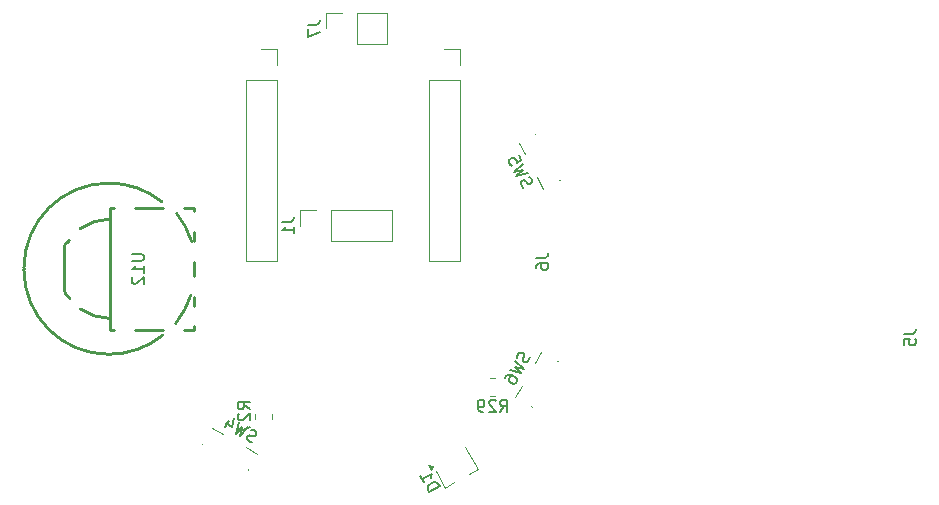
<source format=gbr>
%TF.GenerationSoftware,KiCad,Pcbnew,9.0.0*%
%TF.CreationDate,2025-06-04T20:21:36+02:00*%
%TF.ProjectId,SI4684,53493436-3834-42e6-9b69-6361645f7063,A*%
%TF.SameCoordinates,Original*%
%TF.FileFunction,Legend,Bot*%
%TF.FilePolarity,Positive*%
%FSLAX46Y46*%
G04 Gerber Fmt 4.6, Leading zero omitted, Abs format (unit mm)*
G04 Created by KiCad (PCBNEW 9.0.0) date 2025-06-04 20:21:36*
%MOMM*%
%LPD*%
G01*
G04 APERTURE LIST*
%ADD10C,0.150000*%
%ADD11C,0.120000*%
%ADD12C,0.254000*%
G04 APERTURE END LIST*
D10*
X112382857Y-112394819D02*
X112716190Y-111918628D01*
X112954285Y-112394819D02*
X112954285Y-111394819D01*
X112954285Y-111394819D02*
X112573333Y-111394819D01*
X112573333Y-111394819D02*
X112478095Y-111442438D01*
X112478095Y-111442438D02*
X112430476Y-111490057D01*
X112430476Y-111490057D02*
X112382857Y-111585295D01*
X112382857Y-111585295D02*
X112382857Y-111728152D01*
X112382857Y-111728152D02*
X112430476Y-111823390D01*
X112430476Y-111823390D02*
X112478095Y-111871009D01*
X112478095Y-111871009D02*
X112573333Y-111918628D01*
X112573333Y-111918628D02*
X112954285Y-111918628D01*
X112001904Y-111490057D02*
X111954285Y-111442438D01*
X111954285Y-111442438D02*
X111859047Y-111394819D01*
X111859047Y-111394819D02*
X111620952Y-111394819D01*
X111620952Y-111394819D02*
X111525714Y-111442438D01*
X111525714Y-111442438D02*
X111478095Y-111490057D01*
X111478095Y-111490057D02*
X111430476Y-111585295D01*
X111430476Y-111585295D02*
X111430476Y-111680533D01*
X111430476Y-111680533D02*
X111478095Y-111823390D01*
X111478095Y-111823390D02*
X112049523Y-112394819D01*
X112049523Y-112394819D02*
X111430476Y-112394819D01*
X110954285Y-112394819D02*
X110763809Y-112394819D01*
X110763809Y-112394819D02*
X110668571Y-112347200D01*
X110668571Y-112347200D02*
X110620952Y-112299580D01*
X110620952Y-112299580D02*
X110525714Y-112156723D01*
X110525714Y-112156723D02*
X110478095Y-111966247D01*
X110478095Y-111966247D02*
X110478095Y-111585295D01*
X110478095Y-111585295D02*
X110525714Y-111490057D01*
X110525714Y-111490057D02*
X110573333Y-111442438D01*
X110573333Y-111442438D02*
X110668571Y-111394819D01*
X110668571Y-111394819D02*
X110859047Y-111394819D01*
X110859047Y-111394819D02*
X110954285Y-111442438D01*
X110954285Y-111442438D02*
X111001904Y-111490057D01*
X111001904Y-111490057D02*
X111049523Y-111585295D01*
X111049523Y-111585295D02*
X111049523Y-111823390D01*
X111049523Y-111823390D02*
X111001904Y-111918628D01*
X111001904Y-111918628D02*
X110954285Y-111966247D01*
X110954285Y-111966247D02*
X110859047Y-112013866D01*
X110859047Y-112013866D02*
X110668571Y-112013866D01*
X110668571Y-112013866D02*
X110573333Y-111966247D01*
X110573333Y-111966247D02*
X110525714Y-111918628D01*
X110525714Y-111918628D02*
X110478095Y-111823390D01*
X91164819Y-112182142D02*
X90688628Y-111848809D01*
X91164819Y-111610714D02*
X90164819Y-111610714D01*
X90164819Y-111610714D02*
X90164819Y-111991666D01*
X90164819Y-111991666D02*
X90212438Y-112086904D01*
X90212438Y-112086904D02*
X90260057Y-112134523D01*
X90260057Y-112134523D02*
X90355295Y-112182142D01*
X90355295Y-112182142D02*
X90498152Y-112182142D01*
X90498152Y-112182142D02*
X90593390Y-112134523D01*
X90593390Y-112134523D02*
X90641009Y-112086904D01*
X90641009Y-112086904D02*
X90688628Y-111991666D01*
X90688628Y-111991666D02*
X90688628Y-111610714D01*
X90260057Y-112563095D02*
X90212438Y-112610714D01*
X90212438Y-112610714D02*
X90164819Y-112705952D01*
X90164819Y-112705952D02*
X90164819Y-112944047D01*
X90164819Y-112944047D02*
X90212438Y-113039285D01*
X90212438Y-113039285D02*
X90260057Y-113086904D01*
X90260057Y-113086904D02*
X90355295Y-113134523D01*
X90355295Y-113134523D02*
X90450533Y-113134523D01*
X90450533Y-113134523D02*
X90593390Y-113086904D01*
X90593390Y-113086904D02*
X91164819Y-112515476D01*
X91164819Y-112515476D02*
X91164819Y-113134523D01*
X90164819Y-113467857D02*
X90164819Y-114134523D01*
X90164819Y-114134523D02*
X91164819Y-113705952D01*
X93914819Y-96306666D02*
X94629104Y-96306666D01*
X94629104Y-96306666D02*
X94771961Y-96259047D01*
X94771961Y-96259047D02*
X94867200Y-96163809D01*
X94867200Y-96163809D02*
X94914819Y-96020952D01*
X94914819Y-96020952D02*
X94914819Y-95925714D01*
X94914819Y-97306666D02*
X94914819Y-96735238D01*
X94914819Y-97020952D02*
X93914819Y-97020952D01*
X93914819Y-97020952D02*
X94057676Y-96925714D01*
X94057676Y-96925714D02*
X94152914Y-96830476D01*
X94152914Y-96830476D02*
X94200533Y-96735238D01*
X91356354Y-114974824D02*
X91208826Y-114944635D01*
X91208826Y-114944635D02*
X91002630Y-114825588D01*
X91002630Y-114825588D02*
X90943961Y-114736729D01*
X90943961Y-114736729D02*
X90926531Y-114671680D01*
X90926531Y-114671680D02*
X90932910Y-114565392D01*
X90932910Y-114565392D02*
X90980530Y-114482914D01*
X90980530Y-114482914D02*
X91069388Y-114424245D01*
X91069388Y-114424245D02*
X91134437Y-114406815D01*
X91134437Y-114406815D02*
X91240725Y-114413195D01*
X91240725Y-114413195D02*
X91429492Y-114467193D01*
X91429492Y-114467193D02*
X91535780Y-114473573D01*
X91535780Y-114473573D02*
X91600829Y-114456143D01*
X91600829Y-114456143D02*
X91689687Y-114397474D01*
X91689687Y-114397474D02*
X91737306Y-114314996D01*
X91737306Y-114314996D02*
X91743686Y-114208707D01*
X91743686Y-114208707D02*
X91726256Y-114143659D01*
X91726256Y-114143659D02*
X91667587Y-114054800D01*
X91667587Y-114054800D02*
X91461390Y-113935753D01*
X91461390Y-113935753D02*
X91313863Y-113905563D01*
X91048997Y-113697657D02*
X90342801Y-114444635D01*
X90342801Y-114444635D02*
X90534986Y-113730807D01*
X90534986Y-113730807D02*
X90012886Y-114254159D01*
X90012886Y-114254159D02*
X90306690Y-113269086D01*
X89438955Y-113152999D02*
X89105622Y-113730350D01*
X89835628Y-112942132D02*
X89684681Y-113679770D01*
X89684681Y-113679770D02*
X89148570Y-113370246D01*
X106382822Y-119200849D02*
X107248847Y-118700849D01*
X107248847Y-118700849D02*
X107129800Y-118494652D01*
X107129800Y-118494652D02*
X107017132Y-118394744D01*
X107017132Y-118394744D02*
X106887034Y-118359884D01*
X106887034Y-118359884D02*
X106780746Y-118366264D01*
X106780746Y-118366264D02*
X106591979Y-118420263D01*
X106591979Y-118420263D02*
X106468261Y-118491691D01*
X106468261Y-118491691D02*
X106327114Y-118628169D01*
X106327114Y-118628169D02*
X106268445Y-118717027D01*
X106268445Y-118717027D02*
X106233585Y-118847125D01*
X106233585Y-118847125D02*
X106263774Y-118994652D01*
X106263774Y-118994652D02*
X106382822Y-119200849D01*
X105620917Y-117881191D02*
X105906632Y-118376063D01*
X105763774Y-118128627D02*
X106629800Y-117628627D01*
X106629800Y-117628627D02*
X106553701Y-117782534D01*
X106553701Y-117782534D02*
X106518841Y-117912632D01*
X106518841Y-117912632D02*
X106525221Y-118018920D01*
X114328961Y-93430061D02*
X114219849Y-93326282D01*
X114219849Y-93326282D02*
X114108070Y-93116056D01*
X114108070Y-93116056D02*
X114105403Y-93009610D01*
X114105403Y-93009610D02*
X114125093Y-92945209D01*
X114125093Y-92945209D02*
X114186827Y-92858452D01*
X114186827Y-92858452D02*
X114270917Y-92813741D01*
X114270917Y-92813741D02*
X114377363Y-92811074D01*
X114377363Y-92811074D02*
X114441764Y-92830764D01*
X114441764Y-92830764D02*
X114528521Y-92892498D01*
X114528521Y-92892498D02*
X114659989Y-93038323D01*
X114659989Y-93038323D02*
X114746746Y-93100057D01*
X114746746Y-93100057D02*
X114811147Y-93119747D01*
X114811147Y-93119747D02*
X114917593Y-93117080D01*
X114917593Y-93117080D02*
X115001683Y-93072369D01*
X115001683Y-93072369D02*
X115063418Y-92985612D01*
X115063418Y-92985612D02*
X115083107Y-92921211D01*
X115083107Y-92921211D02*
X115080440Y-92814765D01*
X115080440Y-92814765D02*
X114968661Y-92604539D01*
X114968661Y-92604539D02*
X114859549Y-92500760D01*
X114745104Y-92184088D02*
X113750377Y-92443334D01*
X113750377Y-92443334D02*
X114291631Y-91939817D01*
X114291631Y-91939817D02*
X113571531Y-92106973D01*
X113571531Y-92106973D02*
X114342699Y-91427276D01*
X113940295Y-90670464D02*
X114163853Y-91090915D01*
X114163853Y-91090915D02*
X113765758Y-91356518D01*
X113765758Y-91356518D02*
X113785447Y-91292117D01*
X113785447Y-91292117D02*
X113782781Y-91185671D01*
X113782781Y-91185671D02*
X113671002Y-90975446D01*
X113671002Y-90975446D02*
X113584245Y-90913711D01*
X113584245Y-90913711D02*
X113519844Y-90894022D01*
X113519844Y-90894022D02*
X113413398Y-90896688D01*
X113413398Y-90896688D02*
X113203172Y-91008467D01*
X113203172Y-91008467D02*
X113141438Y-91095224D01*
X113141438Y-91095224D02*
X113121749Y-91159625D01*
X113121749Y-91159625D02*
X113124415Y-91266071D01*
X113124415Y-91266071D02*
X113236194Y-91476296D01*
X113236194Y-91476296D02*
X113322951Y-91538031D01*
X113322951Y-91538031D02*
X113387352Y-91557720D01*
X81190819Y-99051905D02*
X82000342Y-99051905D01*
X82000342Y-99051905D02*
X82095580Y-99099524D01*
X82095580Y-99099524D02*
X82143200Y-99147143D01*
X82143200Y-99147143D02*
X82190819Y-99242381D01*
X82190819Y-99242381D02*
X82190819Y-99432857D01*
X82190819Y-99432857D02*
X82143200Y-99528095D01*
X82143200Y-99528095D02*
X82095580Y-99575714D01*
X82095580Y-99575714D02*
X82000342Y-99623333D01*
X82000342Y-99623333D02*
X81190819Y-99623333D01*
X82190819Y-100623333D02*
X82190819Y-100051905D01*
X82190819Y-100337619D02*
X81190819Y-100337619D01*
X81190819Y-100337619D02*
X81333676Y-100242381D01*
X81333676Y-100242381D02*
X81428914Y-100147143D01*
X81428914Y-100147143D02*
X81476533Y-100051905D01*
X81286057Y-101004286D02*
X81238438Y-101051905D01*
X81238438Y-101051905D02*
X81190819Y-101147143D01*
X81190819Y-101147143D02*
X81190819Y-101385238D01*
X81190819Y-101385238D02*
X81238438Y-101480476D01*
X81238438Y-101480476D02*
X81286057Y-101528095D01*
X81286057Y-101528095D02*
X81381295Y-101575714D01*
X81381295Y-101575714D02*
X81476533Y-101575714D01*
X81476533Y-101575714D02*
X81619390Y-101528095D01*
X81619390Y-101528095D02*
X82190819Y-100956667D01*
X82190819Y-100956667D02*
X82190819Y-101575714D01*
X114882789Y-107776399D02*
X114852600Y-107923927D01*
X114852600Y-107923927D02*
X114733553Y-108130123D01*
X114733553Y-108130123D02*
X114644694Y-108188792D01*
X114644694Y-108188792D02*
X114579645Y-108206222D01*
X114579645Y-108206222D02*
X114473357Y-108199843D01*
X114473357Y-108199843D02*
X114390879Y-108152223D01*
X114390879Y-108152223D02*
X114332210Y-108063365D01*
X114332210Y-108063365D02*
X114314780Y-107998316D01*
X114314780Y-107998316D02*
X114321160Y-107892028D01*
X114321160Y-107892028D02*
X114375158Y-107703261D01*
X114375158Y-107703261D02*
X114381538Y-107596973D01*
X114381538Y-107596973D02*
X114364108Y-107531924D01*
X114364108Y-107531924D02*
X114305439Y-107443066D01*
X114305439Y-107443066D02*
X114222961Y-107395447D01*
X114222961Y-107395447D02*
X114116672Y-107389067D01*
X114116672Y-107389067D02*
X114051624Y-107406497D01*
X114051624Y-107406497D02*
X113962765Y-107465166D01*
X113962765Y-107465166D02*
X113843718Y-107671363D01*
X113843718Y-107671363D02*
X113813528Y-107818890D01*
X113605622Y-108083756D02*
X114352600Y-108789952D01*
X114352600Y-108789952D02*
X113638772Y-108597767D01*
X113638772Y-108597767D02*
X114162124Y-109119867D01*
X114162124Y-109119867D02*
X113177051Y-108826063D01*
X112772289Y-109527131D02*
X112867527Y-109362174D01*
X112867527Y-109362174D02*
X112956386Y-109303505D01*
X112956386Y-109303505D02*
X113021434Y-109286075D01*
X113021434Y-109286075D02*
X113192771Y-109275025D01*
X113192771Y-109275025D02*
X113381538Y-109329024D01*
X113381538Y-109329024D02*
X113711453Y-109519500D01*
X113711453Y-109519500D02*
X113770122Y-109608359D01*
X113770122Y-109608359D02*
X113787551Y-109673407D01*
X113787551Y-109673407D02*
X113781172Y-109779695D01*
X113781172Y-109779695D02*
X113685934Y-109944653D01*
X113685934Y-109944653D02*
X113597075Y-110003322D01*
X113597075Y-110003322D02*
X113532026Y-110020752D01*
X113532026Y-110020752D02*
X113425738Y-110014372D01*
X113425738Y-110014372D02*
X113219542Y-109895324D01*
X113219542Y-109895324D02*
X113160873Y-109806466D01*
X113160873Y-109806466D02*
X113143443Y-109741417D01*
X113143443Y-109741417D02*
X113149823Y-109635129D01*
X113149823Y-109635129D02*
X113245061Y-109470172D01*
X113245061Y-109470172D02*
X113333919Y-109411503D01*
X113333919Y-109411503D02*
X113398968Y-109394073D01*
X113398968Y-109394073D02*
X113505256Y-109400453D01*
X96084819Y-79616666D02*
X96799104Y-79616666D01*
X96799104Y-79616666D02*
X96941961Y-79569047D01*
X96941961Y-79569047D02*
X97037200Y-79473809D01*
X97037200Y-79473809D02*
X97084819Y-79330952D01*
X97084819Y-79330952D02*
X97084819Y-79235714D01*
X96084819Y-79997619D02*
X96084819Y-80664285D01*
X96084819Y-80664285D02*
X97084819Y-80235714D01*
X115436663Y-99361969D02*
X116150948Y-99361969D01*
X116150948Y-99361969D02*
X116293805Y-99314350D01*
X116293805Y-99314350D02*
X116389044Y-99219112D01*
X116389044Y-99219112D02*
X116436663Y-99076255D01*
X116436663Y-99076255D02*
X116436663Y-98981017D01*
X115436663Y-100266731D02*
X115436663Y-100076255D01*
X115436663Y-100076255D02*
X115484282Y-99981017D01*
X115484282Y-99981017D02*
X115531901Y-99933398D01*
X115531901Y-99933398D02*
X115674758Y-99838160D01*
X115674758Y-99838160D02*
X115865234Y-99790541D01*
X115865234Y-99790541D02*
X116246186Y-99790541D01*
X116246186Y-99790541D02*
X116341424Y-99838160D01*
X116341424Y-99838160D02*
X116389044Y-99885779D01*
X116389044Y-99885779D02*
X116436663Y-99981017D01*
X116436663Y-99981017D02*
X116436663Y-100171493D01*
X116436663Y-100171493D02*
X116389044Y-100266731D01*
X116389044Y-100266731D02*
X116341424Y-100314350D01*
X116341424Y-100314350D02*
X116246186Y-100361969D01*
X116246186Y-100361969D02*
X116008091Y-100361969D01*
X116008091Y-100361969D02*
X115912853Y-100314350D01*
X115912853Y-100314350D02*
X115865234Y-100266731D01*
X115865234Y-100266731D02*
X115817615Y-100171493D01*
X115817615Y-100171493D02*
X115817615Y-99981017D01*
X115817615Y-99981017D02*
X115865234Y-99885779D01*
X115865234Y-99885779D02*
X115912853Y-99838160D01*
X115912853Y-99838160D02*
X116008091Y-99790541D01*
X146574663Y-105776969D02*
X147288948Y-105776969D01*
X147288948Y-105776969D02*
X147431805Y-105729350D01*
X147431805Y-105729350D02*
X147527044Y-105634112D01*
X147527044Y-105634112D02*
X147574663Y-105491255D01*
X147574663Y-105491255D02*
X147574663Y-105396017D01*
X146574663Y-106729350D02*
X146574663Y-106253160D01*
X146574663Y-106253160D02*
X147050853Y-106205541D01*
X147050853Y-106205541D02*
X147003234Y-106253160D01*
X147003234Y-106253160D02*
X146955615Y-106348398D01*
X146955615Y-106348398D02*
X146955615Y-106586493D01*
X146955615Y-106586493D02*
X147003234Y-106681731D01*
X147003234Y-106681731D02*
X147050853Y-106729350D01*
X147050853Y-106729350D02*
X147146091Y-106776969D01*
X147146091Y-106776969D02*
X147384186Y-106776969D01*
X147384186Y-106776969D02*
X147479424Y-106729350D01*
X147479424Y-106729350D02*
X147527044Y-106681731D01*
X147527044Y-106681731D02*
X147574663Y-106586493D01*
X147574663Y-106586493D02*
X147574663Y-106348398D01*
X147574663Y-106348398D02*
X147527044Y-106253160D01*
X147527044Y-106253160D02*
X147479424Y-106205541D01*
D11*
%TO.C,R29*%
X111512936Y-111025000D02*
X111967064Y-111025000D01*
X111512936Y-109555000D02*
X111967064Y-109555000D01*
%TO.C,R27*%
X91625000Y-112597936D02*
X91625000Y-113052064D01*
X93095000Y-112597936D02*
X93095000Y-113052064D01*
%TO.C,J1*%
X103200000Y-95310000D02*
X103200000Y-97970000D01*
X98060000Y-97970000D02*
X103200000Y-97970000D01*
X98060000Y-95310000D02*
X103200000Y-95310000D01*
X98060000Y-95310000D02*
X98060000Y-97970000D01*
X96790000Y-95310000D02*
X95460000Y-95310000D01*
X95460000Y-95310000D02*
X95460000Y-96640000D01*
%TO.C,SW4*%
X87211338Y-115067539D02*
X87171337Y-115136820D01*
X88923967Y-114301179D02*
X87971338Y-113751179D01*
X91039171Y-117277538D02*
X90999170Y-117346819D01*
X91799170Y-115961179D02*
X90846542Y-115411180D01*
%TO.C,D1*%
X106915924Y-117434567D02*
X107715923Y-118820208D01*
X107715923Y-118820208D02*
X108504006Y-118365208D01*
X109429525Y-115348254D02*
X110504525Y-117210209D01*
X109716442Y-117665208D02*
X110504525Y-117210209D01*
X106709224Y-116976555D02*
X106543436Y-117349401D01*
X106303436Y-116933709D01*
X106709224Y-116976555D01*
G36*
X106709224Y-116976555D02*
G01*
X106543436Y-117349401D01*
X106303436Y-116933709D01*
X106709224Y-116976555D01*
G37*
%TO.C,SW5*%
X113943269Y-89622065D02*
X114459687Y-90593307D01*
X115285350Y-88908468D02*
X115355986Y-88870910D01*
X115501916Y-92553450D02*
X116018334Y-93524693D01*
X117360414Y-92811096D02*
X117431050Y-92773538D01*
D12*
%TO.C,U12*%
X72050000Y-100290000D02*
X72050000Y-100232500D01*
X72050000Y-100353000D02*
X72050000Y-100290000D01*
X75450000Y-98634500D02*
X75450000Y-101945500D01*
X75697000Y-98039500D02*
X75906000Y-97830000D01*
X75746500Y-102660500D02*
X75796000Y-102710000D01*
X79233000Y-107536000D02*
X79400000Y-107536000D01*
X79337000Y-95149500D02*
X79354500Y-105459500D01*
X79354500Y-105459500D02*
X79718000Y-105459500D01*
X79676000Y-95150000D02*
X79343000Y-95150000D01*
X83819000Y-95150000D02*
X81481500Y-95150000D01*
X83819000Y-105460000D02*
X81481500Y-105460000D01*
X85581500Y-105460000D02*
X86496000Y-105460000D01*
X86496000Y-95150000D02*
X85581500Y-95150000D01*
X86496000Y-95250000D02*
X86496000Y-95150000D01*
X86496000Y-95409000D02*
X86496000Y-95250000D01*
X86496000Y-97934000D02*
X86496000Y-97171000D01*
X86496000Y-100884000D02*
X86496000Y-99696000D01*
X86496000Y-103409000D02*
X86496000Y-102646000D01*
X86496000Y-105460000D02*
X86496000Y-105171000D01*
X72050000Y-100232500D02*
G75*
G02*
X79246500Y-93036500I7196855J-855D01*
G01*
X75450000Y-98634500D02*
G75*
G02*
X75697000Y-98039500I845031J-2026D01*
G01*
X75925500Y-102803000D02*
G75*
G02*
X75450001Y-101945500I535390J857470D01*
G01*
X76832500Y-96891500D02*
G75*
G02*
X79300000Y-96090000I2467184J-3396502D01*
G01*
X79220500Y-93036500D02*
G75*
G02*
X83759499Y-94626002I-410J-7276730D01*
G01*
X79233000Y-107536000D02*
G75*
G02*
X72050000Y-100353000I0J7183000D01*
G01*
X79306000Y-104490000D02*
G75*
G02*
X76838500Y-103688500I918J4201803D01*
G01*
X83795000Y-105940500D02*
G75*
G02*
X79256000Y-107530000I-4539023J5686134D01*
G01*
X84986000Y-95610000D02*
G75*
G02*
X86252500Y-97987500I-5513768J-4463282D01*
G01*
X86182500Y-102526500D02*
G75*
G02*
X84916000Y-104904000I-6786160J2088920D01*
G01*
D11*
%TO.C,SW6*%
X114209144Y-110208789D02*
X113659145Y-111161414D01*
X114975503Y-111921416D02*
X115044785Y-111961415D01*
X115869144Y-107333584D02*
X115319144Y-108286212D01*
X117185503Y-108093585D02*
X117254785Y-108133584D01*
%TO.C,J7*%
X97630000Y-78620000D02*
X97630000Y-79950000D01*
X98960000Y-78620000D02*
X97630000Y-78620000D01*
X100230000Y-78620000D02*
X100230000Y-81280000D01*
X100230000Y-78620000D02*
X102830000Y-78620000D01*
X100230000Y-81280000D02*
X102830000Y-81280000D01*
X102830000Y-78620000D02*
X102830000Y-81280000D01*
%TO.C,J6*%
X106319697Y-84320000D02*
X106319697Y-99620000D01*
X108979697Y-81720000D02*
X107649697Y-81720000D01*
X108979697Y-83050000D02*
X108979697Y-81720000D01*
X108979697Y-84320000D02*
X106319697Y-84320000D01*
X108979697Y-84320000D02*
X108979697Y-99620000D01*
X108979697Y-99620000D02*
X106319697Y-99620000D01*
%TO.C,J5*%
X90819697Y-84320000D02*
X90819697Y-99620000D01*
X93479697Y-81720000D02*
X92149697Y-81720000D01*
X93479697Y-83050000D02*
X93479697Y-81720000D01*
X93479697Y-84320000D02*
X90819697Y-84320000D01*
X93479697Y-84320000D02*
X93479697Y-99620000D01*
X93479697Y-99620000D02*
X90819697Y-99620000D01*
%TD*%
M02*

</source>
